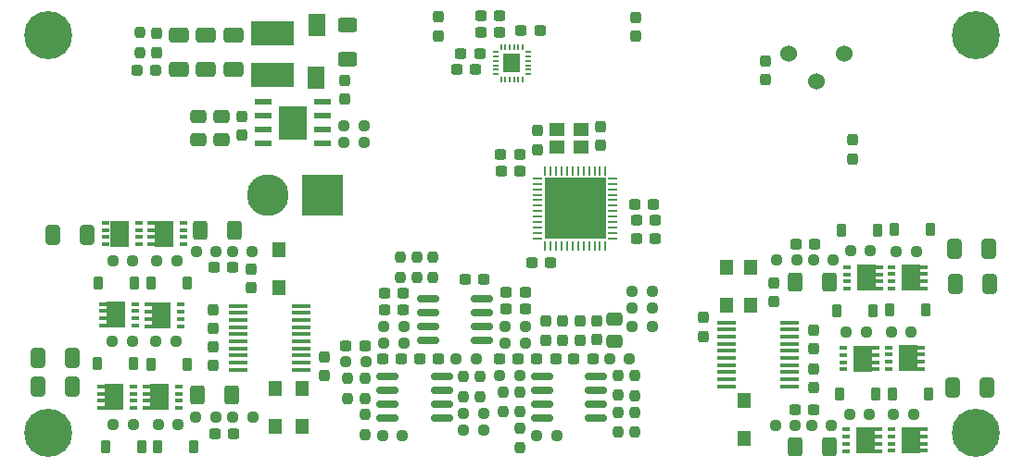
<source format=gbr>
%TF.GenerationSoftware,KiCad,Pcbnew,8.0.2*%
%TF.CreationDate,2024-07-12T01:17:03+08:00*%
%TF.ProjectId,bldcDriver,626c6463-4472-4697-9665-722e6b696361,rev?*%
%TF.SameCoordinates,Original*%
%TF.FileFunction,Soldermask,Bot*%
%TF.FilePolarity,Negative*%
%FSLAX46Y46*%
G04 Gerber Fmt 4.6, Leading zero omitted, Abs format (unit mm)*
G04 Created by KiCad (PCBNEW 8.0.2) date 2024-07-12 01:17:03*
%MOMM*%
%LPD*%
G01*
G04 APERTURE LIST*
G04 Aperture macros list*
%AMRoundRect*
0 Rectangle with rounded corners*
0 $1 Rounding radius*
0 $2 $3 $4 $5 $6 $7 $8 $9 X,Y pos of 4 corners*
0 Add a 4 corners polygon primitive as box body*
4,1,4,$2,$3,$4,$5,$6,$7,$8,$9,$2,$3,0*
0 Add four circle primitives for the rounded corners*
1,1,$1+$1,$2,$3*
1,1,$1+$1,$4,$5*
1,1,$1+$1,$6,$7*
1,1,$1+$1,$8,$9*
0 Add four rect primitives between the rounded corners*
20,1,$1+$1,$2,$3,$4,$5,0*
20,1,$1+$1,$4,$5,$6,$7,0*
20,1,$1+$1,$6,$7,$8,$9,0*
20,1,$1+$1,$8,$9,$2,$3,0*%
G04 Aperture macros list end*
%ADD10C,1.524000*%
%ADD11C,4.400000*%
%ADD12R,3.800000X3.800000*%
%ADD13C,3.800000*%
%ADD14RoundRect,0.237500X0.237500X-0.250000X0.237500X0.250000X-0.237500X0.250000X-0.237500X-0.250000X0*%
%ADD15RoundRect,0.237500X-0.237500X0.300000X-0.237500X-0.300000X0.237500X-0.300000X0.237500X0.300000X0*%
%ADD16RoundRect,0.150000X0.825000X0.150000X-0.825000X0.150000X-0.825000X-0.150000X0.825000X-0.150000X0*%
%ADD17RoundRect,0.237500X-0.250000X-0.237500X0.250000X-0.237500X0.250000X0.237500X-0.250000X0.237500X0*%
%ADD18RoundRect,0.237500X0.250000X0.237500X-0.250000X0.237500X-0.250000X-0.237500X0.250000X-0.237500X0*%
%ADD19RoundRect,0.237500X-0.237500X0.250000X-0.237500X-0.250000X0.237500X-0.250000X0.237500X0.250000X0*%
%ADD20RoundRect,0.250000X0.650000X-0.412500X0.650000X0.412500X-0.650000X0.412500X-0.650000X-0.412500X0*%
%ADD21R,1.200000X1.400000*%
%ADD22RoundRect,0.237500X0.300000X0.237500X-0.300000X0.237500X-0.300000X-0.237500X0.300000X-0.237500X0*%
%ADD23R,0.700000X0.400000*%
%ADD24R,1.800000X2.480000*%
%ADD25RoundRect,0.237500X0.237500X-0.300000X0.237500X0.300000X-0.237500X0.300000X-0.237500X-0.300000X0*%
%ADD26RoundRect,0.225000X-0.225000X-0.375000X0.225000X-0.375000X0.225000X0.375000X-0.225000X0.375000X0*%
%ADD27RoundRect,0.250000X0.475000X-0.337500X0.475000X0.337500X-0.475000X0.337500X-0.475000X-0.337500X0*%
%ADD28RoundRect,0.225000X0.225000X0.375000X-0.225000X0.375000X-0.225000X-0.375000X0.225000X-0.375000X0*%
%ADD29RoundRect,0.250000X0.412500X0.650000X-0.412500X0.650000X-0.412500X-0.650000X0.412500X-0.650000X0*%
%ADD30RoundRect,0.237500X-0.300000X-0.237500X0.300000X-0.237500X0.300000X0.237500X-0.300000X0.237500X0*%
%ADD31R,0.203200X0.558800*%
%ADD32R,0.558800X0.203200*%
%ADD33R,1.600200X1.752600*%
%ADD34RoundRect,0.062500X-0.062500X0.375000X-0.062500X-0.375000X0.062500X-0.375000X0.062500X0.375000X0*%
%ADD35RoundRect,0.062500X-0.375000X0.062500X-0.375000X-0.062500X0.375000X-0.062500X0.375000X0.062500X0*%
%ADD36R,5.600000X5.600000*%
%ADD37RoundRect,0.250000X-0.412500X-0.650000X0.412500X-0.650000X0.412500X0.650000X-0.412500X0.650000X0*%
%ADD38RoundRect,0.250000X-0.400000X-0.625000X0.400000X-0.625000X0.400000X0.625000X-0.400000X0.625000X0*%
%ADD39RoundRect,0.237500X0.287500X0.237500X-0.287500X0.237500X-0.287500X-0.237500X0.287500X-0.237500X0*%
%ADD40R,1.620000X2.046000*%
%ADD41RoundRect,0.250000X-0.625000X0.400000X-0.625000X-0.400000X0.625000X-0.400000X0.625000X0.400000X0*%
%ADD42RoundRect,0.250000X0.400000X0.625000X-0.400000X0.625000X-0.400000X-0.625000X0.400000X-0.625000X0*%
%ADD43R,3.900000X2.200000*%
%ADD44O,1.742000X0.364000*%
%ADD45R,1.400000X1.200000*%
%ADD46R,1.550000X0.600000*%
%ADD47R,2.600000X3.100000*%
G04 APERTURE END LIST*
D10*
%TO.C,RV1*%
X107640000Y-34960000D03*
X105100000Y-37500000D03*
X102560000Y-34960000D03*
%TD*%
D11*
%TO.C,*%
X34960000Y-33240000D03*
%TD*%
%TO.C,*%
X119660000Y-33240000D03*
%TD*%
D12*
%TO.C,J1*%
X60000000Y-47900000D03*
D13*
X55000000Y-47900000D03*
%TD*%
D11*
%TO.C,*%
X119660000Y-69640000D03*
%TD*%
%TO.C,*%
X34960000Y-69640000D03*
%TD*%
D14*
%TO.C,R20*%
X88500000Y-66225000D03*
X88500000Y-64400000D03*
%TD*%
D15*
%TO.C,C9*%
X85030000Y-59400000D03*
X85030000Y-61125000D03*
%TD*%
D16*
%TO.C,U8*%
X74575000Y-57395000D03*
X74575000Y-58665000D03*
X74575000Y-59935000D03*
X74575000Y-61205000D03*
X69625000Y-61205000D03*
X69625000Y-59935000D03*
X69625000Y-58665000D03*
X69625000Y-57395000D03*
%TD*%
D17*
%TO.C,R2*%
X61978500Y-43054000D03*
X63803500Y-43054000D03*
%TD*%
D18*
%TO.C,R23*%
X53642500Y-68190000D03*
X51817500Y-68190000D03*
%TD*%
D19*
%TO.C,R3*%
X43281000Y-33016500D03*
X43281000Y-34841500D03*
%TD*%
D14*
%TO.C,R54*%
X68593750Y-55406250D03*
X68593750Y-53581250D03*
%TD*%
D20*
%TO.C,C6*%
X49341000Y-36366500D03*
X49341000Y-33241500D03*
%TD*%
D21*
%TO.C,D2*%
X98500000Y-66665000D03*
X98500000Y-70135000D03*
%TD*%
D22*
%TO.C,C18*%
X80862500Y-54050000D03*
X79137500Y-54050000D03*
%TD*%
D17*
%TO.C,R8*%
X40890000Y-68900000D03*
X42715000Y-68900000D03*
%TD*%
D23*
%TO.C,Q11*%
X111982500Y-56404476D03*
X111982500Y-55754476D03*
X111982500Y-55104476D03*
X111982500Y-54454476D03*
X114952500Y-54454476D03*
X114952500Y-55104476D03*
X114952500Y-55754476D03*
X114952500Y-56404476D03*
D24*
X113752500Y-55429476D03*
%TD*%
D18*
%TO.C,R17*%
X114265000Y-53071476D03*
X112440000Y-53071476D03*
%TD*%
D25*
%TO.C,C4*%
X61991000Y-39116500D03*
X61991000Y-37391500D03*
%TD*%
D22*
%TO.C,C41*%
X77900000Y-62900000D03*
X76175000Y-62900000D03*
%TD*%
D23*
%TO.C,Q9*%
X111730000Y-63775000D03*
X111730000Y-63125000D03*
X111730000Y-62475000D03*
X111730000Y-61825000D03*
X114700000Y-61825000D03*
X114700000Y-62475000D03*
X114700000Y-63125000D03*
X114700000Y-63775000D03*
D24*
X113500000Y-62800000D03*
%TD*%
D15*
%TO.C,C29*%
X53500000Y-54637500D03*
X53500000Y-56362500D03*
%TD*%
D23*
%TO.C,Q8*%
X107832500Y-71296476D03*
X107832500Y-70646476D03*
X107832500Y-69996476D03*
X107832500Y-69346476D03*
X110802500Y-69346476D03*
X110802500Y-69996476D03*
X110802500Y-70646476D03*
X110802500Y-71296476D03*
D24*
X109602500Y-70321476D03*
%TD*%
D17*
%TO.C,R4*%
X40807500Y-61300000D03*
X42632500Y-61300000D03*
%TD*%
D23*
%TO.C,Q13*%
X42753500Y-65400000D03*
X42753500Y-66050000D03*
X42753500Y-66700000D03*
X42753500Y-67350000D03*
X39783500Y-67350000D03*
X39783500Y-66700000D03*
X39783500Y-66050000D03*
X39783500Y-65400000D03*
D24*
X40983500Y-66375000D03*
%TD*%
D17*
%TO.C,R19*%
X44867500Y-53910000D03*
X46692500Y-53910000D03*
%TD*%
D26*
%TO.C,D22*%
X44372500Y-63350000D03*
X47672500Y-63350000D03*
%TD*%
D25*
%TO.C,C68*%
X85400000Y-43325000D03*
X85400000Y-41600000D03*
%TD*%
D22*
%TO.C,C35*%
X51822500Y-54510000D03*
X50097500Y-54510000D03*
%TD*%
D27*
%TO.C,C2*%
X48691000Y-42791500D03*
X48691000Y-40716500D03*
%TD*%
D28*
%TO.C,D19*%
X110250000Y-58471476D03*
X106950000Y-58471476D03*
%TD*%
D15*
%TO.C,C30*%
X50000000Y-58375000D03*
X50000000Y-60100000D03*
%TD*%
D19*
%TO.C,R30*%
X87000000Y-67775000D03*
X87000000Y-69600000D03*
%TD*%
D18*
%TO.C,R37*%
X74050000Y-62900000D03*
X72225000Y-62900000D03*
%TD*%
D25*
%TO.C,C50*%
X44841000Y-34816500D03*
X44841000Y-33091500D03*
%TD*%
D23*
%TO.C,Q14*%
X47020000Y-57915000D03*
X47020000Y-58565000D03*
X47020000Y-59215000D03*
X47020000Y-59865000D03*
X44050000Y-59865000D03*
X44050000Y-59215000D03*
X44050000Y-58565000D03*
X44050000Y-57915000D03*
D24*
X45250000Y-58890000D03*
%TD*%
D22*
%TO.C,C42*%
X63862500Y-61700000D03*
X62137500Y-61700000D03*
%TD*%
D16*
%TO.C,U6*%
X84975000Y-64460000D03*
X84975000Y-65730000D03*
X84975000Y-67000000D03*
X84975000Y-68270000D03*
X80025000Y-68270000D03*
X80025000Y-67000000D03*
X80025000Y-65730000D03*
X80025000Y-64460000D03*
%TD*%
D19*
%TO.C,R45*%
X78000000Y-69187500D03*
X78000000Y-71012500D03*
%TD*%
D29*
%TO.C,C33*%
X120662500Y-65500000D03*
X117537500Y-65500000D03*
%TD*%
D23*
%TO.C,Q15*%
X43190000Y-50425714D03*
X43190000Y-51075714D03*
X43190000Y-51725714D03*
X43190000Y-52375714D03*
X40220000Y-52375714D03*
X40220000Y-51725714D03*
X40220000Y-51075714D03*
X40220000Y-50425714D03*
D24*
X41420000Y-51400714D03*
%TD*%
D23*
%TO.C,Q1*%
X46902500Y-65400000D03*
X46902500Y-66050000D03*
X46902500Y-66700000D03*
X46902500Y-67350000D03*
X43932500Y-67350000D03*
X43932500Y-66700000D03*
X43932500Y-66050000D03*
X43932500Y-65400000D03*
D24*
X45132500Y-66375000D03*
%TD*%
D30*
%TO.C,C27*%
X68875000Y-62900000D03*
X70600000Y-62900000D03*
%TD*%
D31*
%TO.C,U9*%
X78300001Y-37273201D03*
X77899999Y-37273201D03*
X77500000Y-37273201D03*
X77100000Y-37273201D03*
X76700001Y-37273201D03*
X76299999Y-37273201D03*
D32*
X75826800Y-36800002D03*
X75826800Y-36400000D03*
X75826800Y-36000001D03*
X75826800Y-35600001D03*
X75826800Y-35200002D03*
X75826800Y-34800000D03*
D31*
X76299999Y-34326801D03*
X76700001Y-34326801D03*
X77100000Y-34326801D03*
X77500000Y-34326801D03*
X77899999Y-34326801D03*
X78300001Y-34326801D03*
D32*
X78773200Y-34800000D03*
X78773200Y-35200002D03*
X78773200Y-35600001D03*
X78773200Y-36000001D03*
X78773200Y-36400000D03*
X78773200Y-36800002D03*
D33*
X77300000Y-35800001D03*
%TD*%
D16*
%TO.C,U7*%
X70887500Y-64500000D03*
X70887500Y-65770000D03*
X70887500Y-67040000D03*
X70887500Y-68310000D03*
X65937500Y-68310000D03*
X65937500Y-67040000D03*
X65937500Y-65770000D03*
X65937500Y-64500000D03*
%TD*%
D22*
%TO.C,C47*%
X74762500Y-55600000D03*
X73037500Y-55600000D03*
%TD*%
D34*
%TO.C,U5*%
X80350000Y-45662500D03*
X80850000Y-45662500D03*
X81350000Y-45662500D03*
X81850000Y-45662500D03*
X82350000Y-45662500D03*
X82850000Y-45662500D03*
X83350000Y-45662500D03*
X83850000Y-45662500D03*
X84350000Y-45662500D03*
X84850000Y-45662500D03*
X85350000Y-45662500D03*
X85850000Y-45662500D03*
D35*
X86537500Y-46350000D03*
X86537500Y-46850000D03*
X86537500Y-47350000D03*
X86537500Y-47850000D03*
X86537500Y-48350000D03*
X86537500Y-48850000D03*
X86537500Y-49350000D03*
X86537500Y-49850000D03*
X86537500Y-50350000D03*
X86537500Y-50850000D03*
X86537500Y-51350000D03*
X86537500Y-51850000D03*
D34*
X85850000Y-52537500D03*
X85350000Y-52537500D03*
X84850000Y-52537500D03*
X84350000Y-52537500D03*
X83850000Y-52537500D03*
X83350000Y-52537500D03*
X82850000Y-52537500D03*
X82350000Y-52537500D03*
X81850000Y-52537500D03*
X81350000Y-52537500D03*
X80850000Y-52537500D03*
X80350000Y-52537500D03*
D35*
X79662500Y-51850000D03*
X79662500Y-51350000D03*
X79662500Y-50850000D03*
X79662500Y-50350000D03*
X79662500Y-49850000D03*
X79662500Y-49350000D03*
X79662500Y-48850000D03*
X79662500Y-48350000D03*
X79662500Y-47850000D03*
X79662500Y-47350000D03*
X79662500Y-46850000D03*
X79662500Y-46350000D03*
D36*
X83100000Y-49100000D03*
%TD*%
D37*
%TO.C,C51*%
X34037500Y-65400000D03*
X37162500Y-65400000D03*
%TD*%
D14*
%TO.C,R21*%
X74400000Y-66312500D03*
X74400000Y-64487500D03*
%TD*%
D17*
%TO.C,R22*%
X48417500Y-68190000D03*
X50242500Y-68190000D03*
%TD*%
D38*
%TO.C,R11*%
X103171500Y-70900000D03*
X106271500Y-70900000D03*
%TD*%
D39*
%TO.C,D8*%
X44791000Y-36454000D03*
X43041000Y-36454000D03*
%TD*%
D17*
%TO.C,R44*%
X79587500Y-69900000D03*
X81412500Y-69900000D03*
%TD*%
D18*
%TO.C,R50*%
X78012500Y-64400000D03*
X76187500Y-64400000D03*
%TD*%
D17*
%TO.C,R29*%
X101480000Y-53851476D03*
X103305000Y-53851476D03*
%TD*%
D29*
%TO.C,C12*%
X120900000Y-52800000D03*
X117775000Y-52800000D03*
%TD*%
D17*
%TO.C,R24*%
X48447500Y-53010000D03*
X50272500Y-53010000D03*
%TD*%
D29*
%TO.C,C14*%
X120962500Y-56000000D03*
X117837500Y-56000000D03*
%TD*%
D15*
%TO.C,C10*%
X83530000Y-59425000D03*
X83530000Y-61150000D03*
%TD*%
D17*
%TO.C,R41*%
X76700000Y-61400000D03*
X78525000Y-61400000D03*
%TD*%
%TO.C,R7*%
X44977500Y-68900000D03*
X46802500Y-68900000D03*
%TD*%
D30*
%TO.C,C48*%
X65637500Y-58400000D03*
X67362500Y-58400000D03*
%TD*%
D27*
%TO.C,FB3*%
X86630000Y-61300000D03*
X86630000Y-59225000D03*
%TD*%
D25*
%TO.C,C52*%
X70600000Y-33300000D03*
X70600000Y-31575000D03*
%TD*%
D40*
%TO.C,D1*%
X59432000Y-37108000D03*
X59450000Y-32300000D03*
%TD*%
D41*
%TO.C,FB2*%
X62241000Y-32304000D03*
X62241000Y-35404000D03*
%TD*%
D17*
%TO.C,R5*%
X44767500Y-61290000D03*
X46592500Y-61290000D03*
%TD*%
D25*
%TO.C,C16*%
X104892500Y-65532976D03*
X104892500Y-63807976D03*
%TD*%
D23*
%TO.C,Q7*%
X111961500Y-71281476D03*
X111961500Y-70631476D03*
X111961500Y-69981476D03*
X111961500Y-69331476D03*
X114931500Y-69331476D03*
X114931500Y-69981476D03*
X114931500Y-70631476D03*
X114931500Y-71281476D03*
D24*
X113731500Y-70306476D03*
%TD*%
D37*
%TO.C,C34*%
X34037500Y-62800000D03*
X37162500Y-62800000D03*
%TD*%
D22*
%TO.C,C44*%
X78500000Y-58300000D03*
X76775000Y-58300000D03*
%TD*%
%TO.C,C19*%
X78025000Y-45650000D03*
X76300000Y-45650000D03*
%TD*%
D23*
%TO.C,Q12*%
X107892500Y-56431476D03*
X107892500Y-55781476D03*
X107892500Y-55131476D03*
X107892500Y-54481476D03*
X110862500Y-54481476D03*
X110862500Y-55131476D03*
X110862500Y-55781476D03*
X110862500Y-56431476D03*
D24*
X109662500Y-55456476D03*
%TD*%
D18*
%TO.C,R18*%
X110052500Y-52991476D03*
X108227500Y-52991476D03*
%TD*%
D15*
%TO.C,C26*%
X101200000Y-55937500D03*
X101200000Y-57662500D03*
%TD*%
D22*
%TO.C,C46*%
X67200000Y-62900000D03*
X65475000Y-62900000D03*
%TD*%
D18*
%TO.C,R57*%
X90125000Y-58212500D03*
X88300000Y-58212500D03*
%TD*%
%TO.C,R26*%
X106512500Y-69000000D03*
X104687500Y-69000000D03*
%TD*%
D14*
%TO.C,R48*%
X78000000Y-67712500D03*
X78000000Y-65887500D03*
%TD*%
D22*
%TO.C,C45*%
X81300000Y-62900000D03*
X79575000Y-62900000D03*
%TD*%
D19*
%TO.C,R31*%
X88500000Y-67775000D03*
X88500000Y-69600000D03*
%TD*%
D18*
%TO.C,R14*%
X109974000Y-67971476D03*
X108149000Y-67971476D03*
%TD*%
D30*
%TO.C,C23*%
X78137500Y-32800000D03*
X79862500Y-32800000D03*
%TD*%
D37*
%TO.C,C49*%
X35337500Y-51500000D03*
X38462500Y-51500000D03*
%TD*%
D21*
%TO.C,D7*%
X56000000Y-56335000D03*
X56000000Y-52865000D03*
%TD*%
D20*
%TO.C,C7*%
X46881000Y-36346500D03*
X46881000Y-33221500D03*
%TD*%
D30*
%TO.C,C43*%
X65637500Y-56900000D03*
X67362500Y-56900000D03*
%TD*%
D21*
%TO.C,D3*%
X96900000Y-57935000D03*
X96900000Y-54465000D03*
%TD*%
D42*
%TO.C,R9*%
X51680000Y-66180000D03*
X48580000Y-66180000D03*
%TD*%
D30*
%TO.C,C17*%
X88667732Y-50200000D03*
X90392732Y-50200000D03*
%TD*%
D15*
%TO.C,C40*%
X80400000Y-59430000D03*
X80400000Y-61155000D03*
%TD*%
D28*
%TO.C,D20*%
X115570000Y-51051476D03*
X112270000Y-51051476D03*
%TD*%
D22*
%TO.C,C22*%
X74362500Y-34895001D03*
X72637500Y-34895001D03*
%TD*%
%TO.C,C20*%
X78012500Y-44150000D03*
X76287500Y-44150000D03*
%TD*%
D14*
%TO.C,R55*%
X67083750Y-55406250D03*
X67083750Y-53581250D03*
%TD*%
D18*
%TO.C,R56*%
X90125000Y-59900000D03*
X88300000Y-59900000D03*
%TD*%
D14*
%TO.C,R51*%
X63900000Y-66512500D03*
X63900000Y-64687500D03*
%TD*%
D23*
%TO.C,Q16*%
X47299000Y-50435000D03*
X47299000Y-51085000D03*
X47299000Y-51735000D03*
X47299000Y-52385000D03*
X44329000Y-52385000D03*
X44329000Y-51735000D03*
X44329000Y-51085000D03*
X44329000Y-50435000D03*
D24*
X45529000Y-51410000D03*
%TD*%
D43*
%TO.C,L1*%
X55441000Y-36904000D03*
X55441000Y-33104000D03*
%TD*%
D17*
%TO.C,R32*%
X72875000Y-69400000D03*
X74700000Y-69400000D03*
%TD*%
%TO.C,R33*%
X72875000Y-67900000D03*
X74700000Y-67900000D03*
%TD*%
D15*
%TO.C,C67*%
X79600000Y-41977500D03*
X79600000Y-43702500D03*
%TD*%
D22*
%TO.C,C53*%
X78500000Y-56800000D03*
X76775000Y-56800000D03*
%TD*%
D28*
%TO.C,D17*%
X110559000Y-66071476D03*
X107259000Y-66071476D03*
%TD*%
D19*
%TO.C,R40*%
X70083750Y-53581250D03*
X70083750Y-55406250D03*
%TD*%
D44*
%TO.C,U1*%
X96929000Y-65396500D03*
X96929000Y-64746500D03*
X96929000Y-64096500D03*
X96929000Y-63446500D03*
X96929000Y-62796500D03*
X96929000Y-62146500D03*
X96929000Y-61496500D03*
X96929000Y-60846500D03*
X96929000Y-60196500D03*
X96929000Y-59546500D03*
X102671000Y-59546500D03*
X102671000Y-60196500D03*
X102671000Y-60846500D03*
X102671000Y-61496500D03*
X102671000Y-62146500D03*
X102671000Y-62796500D03*
X102671000Y-63446500D03*
X102671000Y-64096500D03*
X102671000Y-64746500D03*
X102671000Y-65396500D03*
%TD*%
D30*
%TO.C,C11*%
X82975000Y-62900000D03*
X84700000Y-62900000D03*
%TD*%
D27*
%TO.C,C1*%
X50791000Y-42791500D03*
X50791000Y-40716500D03*
%TD*%
D21*
%TO.C,D10*%
X58100000Y-65565000D03*
X58100000Y-69035000D03*
%TD*%
D17*
%TO.C,R6*%
X40837500Y-53890000D03*
X42662500Y-53890000D03*
%TD*%
%TO.C,R47*%
X65487500Y-69900000D03*
X67312500Y-69900000D03*
%TD*%
D22*
%TO.C,FB4*%
X90262500Y-48700000D03*
X88537500Y-48700000D03*
%TD*%
D18*
%TO.C,R1*%
X63803500Y-41504000D03*
X61978500Y-41504000D03*
%TD*%
D42*
%TO.C,R10*%
X51920000Y-51140000D03*
X48820000Y-51140000D03*
%TD*%
D25*
%TO.C,C15*%
X94800000Y-60800000D03*
X94800000Y-59075000D03*
%TD*%
D18*
%TO.C,R38*%
X67412500Y-61400000D03*
X65587500Y-61400000D03*
%TD*%
D28*
%TO.C,D16*%
X115361500Y-66071476D03*
X112061500Y-66071476D03*
%TD*%
D18*
%TO.C,R58*%
X90125000Y-56712500D03*
X88300000Y-56712500D03*
%TD*%
D45*
%TO.C,Y1*%
X81400000Y-41900000D03*
X83600000Y-41900000D03*
X83600000Y-43500000D03*
X81400000Y-43500000D03*
%TD*%
D19*
%TO.C,R46*%
X63900000Y-67987500D03*
X63900000Y-69812500D03*
%TD*%
D21*
%TO.C,D4*%
X99100000Y-57935000D03*
X99100000Y-54465000D03*
%TD*%
D17*
%TO.C,R39*%
X65587500Y-59900000D03*
X67412500Y-59900000D03*
%TD*%
D30*
%TO.C,C36*%
X103137500Y-67500000D03*
X104862500Y-67500000D03*
%TD*%
D15*
%TO.C,C54*%
X108400000Y-42837500D03*
X108400000Y-44562500D03*
%TD*%
D26*
%TO.C,D9*%
X39460000Y-63320000D03*
X42760000Y-63320000D03*
%TD*%
D30*
%TO.C,C8*%
X88680232Y-51900000D03*
X90405232Y-51900000D03*
%TD*%
D25*
%TO.C,C38*%
X100500000Y-37300000D03*
X100500000Y-35575000D03*
%TD*%
D38*
%TO.C,R12*%
X103212500Y-55821476D03*
X106312500Y-55821476D03*
%TD*%
D44*
%TO.C,U2*%
X58071000Y-58003500D03*
X58071000Y-58653500D03*
X58071000Y-59303500D03*
X58071000Y-59953500D03*
X58071000Y-60603500D03*
X58071000Y-61253500D03*
X58071000Y-61903500D03*
X58071000Y-62553500D03*
X58071000Y-63203500D03*
X58071000Y-63853500D03*
X52329000Y-63853500D03*
X52329000Y-63203500D03*
X52329000Y-62553500D03*
X52329000Y-61903500D03*
X52329000Y-61253500D03*
X52329000Y-60603500D03*
X52329000Y-59953500D03*
X52329000Y-59303500D03*
X52329000Y-58653500D03*
X52329000Y-58003500D03*
%TD*%
D14*
%TO.C,R42*%
X76500000Y-67712500D03*
X76500000Y-65887500D03*
%TD*%
D18*
%TO.C,R49*%
X78525000Y-59900000D03*
X76700000Y-59900000D03*
%TD*%
D46*
%TO.C,U3*%
X59991000Y-39354000D03*
X59991000Y-40624000D03*
X59991000Y-41894000D03*
X59991000Y-43164000D03*
X54591000Y-43164000D03*
X54591000Y-41894000D03*
X54591000Y-40624000D03*
X54591000Y-39354000D03*
D47*
X57291000Y-41259000D03*
%TD*%
D15*
%TO.C,C32*%
X60200000Y-62675000D03*
X60200000Y-64400000D03*
%TD*%
D14*
%TO.C,R34*%
X87000000Y-66212500D03*
X87000000Y-64387500D03*
%TD*%
D21*
%TO.C,D11*%
X55700000Y-65565000D03*
X55700000Y-69035000D03*
%TD*%
D28*
%TO.C,D18*%
X115117500Y-58400000D03*
X111817500Y-58400000D03*
%TD*%
D15*
%TO.C,C39*%
X81910000Y-59430000D03*
X81910000Y-61155000D03*
%TD*%
D26*
%TO.C,D23*%
X39502500Y-55940000D03*
X42802500Y-55940000D03*
%TD*%
D18*
%TO.C,R16*%
X109692500Y-60411476D03*
X107867500Y-60411476D03*
%TD*%
D26*
%TO.C,D24*%
X44350000Y-55950000D03*
X47650000Y-55950000D03*
%TD*%
D18*
%TO.C,R52*%
X63950000Y-63100000D03*
X62125000Y-63100000D03*
%TD*%
D23*
%TO.C,Q10*%
X107600000Y-63841476D03*
X107600000Y-63191476D03*
X107600000Y-62541476D03*
X107600000Y-61891476D03*
X110570000Y-61891476D03*
X110570000Y-62541476D03*
X110570000Y-63191476D03*
X110570000Y-63841476D03*
D24*
X109370000Y-62866476D03*
%TD*%
D18*
%TO.C,R25*%
X53592500Y-53010000D03*
X51767500Y-53010000D03*
%TD*%
D22*
%TO.C,C13*%
X73962500Y-36400000D03*
X72237500Y-36400000D03*
%TD*%
D25*
%TO.C,C21*%
X88635000Y-33362500D03*
X88635000Y-31637500D03*
%TD*%
D28*
%TO.C,D21*%
X110740000Y-51081476D03*
X107440000Y-51081476D03*
%TD*%
D17*
%TO.C,R27*%
X101387500Y-69000000D03*
X103212500Y-69000000D03*
%TD*%
D22*
%TO.C,C28*%
X51882500Y-69720000D03*
X50157500Y-69720000D03*
%TD*%
%TO.C,C24*%
X76162500Y-32995001D03*
X74437500Y-32995001D03*
%TD*%
D26*
%TO.C,D5*%
X40152500Y-70900000D03*
X43452500Y-70900000D03*
%TD*%
D25*
%TO.C,C25*%
X104900000Y-61962500D03*
X104900000Y-60237500D03*
%TD*%
%TO.C,C3*%
X52641000Y-42416500D03*
X52641000Y-40691500D03*
%TD*%
D18*
%TO.C,R35*%
X88050000Y-62900000D03*
X86225000Y-62900000D03*
%TD*%
D30*
%TO.C,C37*%
X103230000Y-52341476D03*
X104955000Y-52341476D03*
%TD*%
D14*
%TO.C,R43*%
X62300000Y-66512500D03*
X62300000Y-64687500D03*
%TD*%
D18*
%TO.C,R28*%
X106675000Y-53851476D03*
X104850000Y-53851476D03*
%TD*%
%TO.C,R15*%
X113792500Y-60400000D03*
X111967500Y-60400000D03*
%TD*%
D22*
%TO.C,FB1*%
X76162500Y-31500001D03*
X74437500Y-31500001D03*
%TD*%
D20*
%TO.C,C5*%
X51851000Y-36386500D03*
X51851000Y-33261500D03*
%TD*%
D14*
%TO.C,R36*%
X72900000Y-66312500D03*
X72900000Y-64487500D03*
%TD*%
D23*
%TO.C,Q2*%
X42870000Y-57855000D03*
X42870000Y-58505000D03*
X42870000Y-59155000D03*
X42870000Y-59805000D03*
X39900000Y-59805000D03*
X39900000Y-59155000D03*
X39900000Y-58505000D03*
X39900000Y-57855000D03*
D24*
X41100000Y-58830000D03*
%TD*%
D26*
%TO.C,D6*%
X44952500Y-70900000D03*
X48252500Y-70900000D03*
%TD*%
D18*
%TO.C,R13*%
X114004000Y-67971476D03*
X112179000Y-67971476D03*
%TD*%
D15*
%TO.C,C31*%
X50000000Y-61775000D03*
X50000000Y-63500000D03*
%TD*%
M02*

</source>
